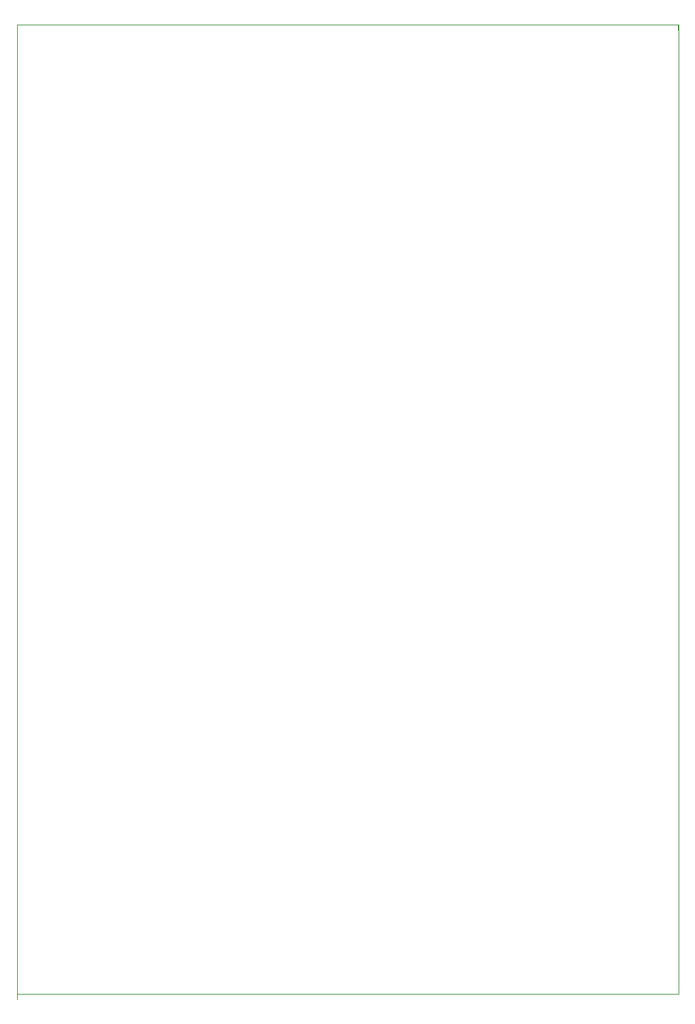
<source format=gbr>
G04 #@! TF.GenerationSoftware,KiCad,Pcbnew,(5.1.5)-3*
G04 #@! TF.CreationDate,2020-01-14T15:58:57+01:00*
G04 #@! TF.ProjectId,calculatrice,63616c63-756c-4617-9472-6963652e6b69,rev?*
G04 #@! TF.SameCoordinates,Original*
G04 #@! TF.FileFunction,Profile,NP*
%FSLAX46Y46*%
G04 Gerber Fmt 4.6, Leading zero omitted, Abs format (unit mm)*
G04 Created by KiCad (PCBNEW (5.1.5)-3) date 2020-01-14 15:58:57*
%MOMM*%
%LPD*%
G04 APERTURE LIST*
%ADD10C,0.050000*%
G04 APERTURE END LIST*
D10*
X0Y-120000000D02*
X0Y0D01*
X82000000Y-120000000D02*
X0Y-120000000D01*
X82000000Y0D02*
X82000000Y-120000000D01*
X81915000Y0D02*
X81915000Y-635000D01*
X0Y0D02*
X81915000Y0D01*
X0Y-120650000D02*
X0Y0D01*
M02*

</source>
